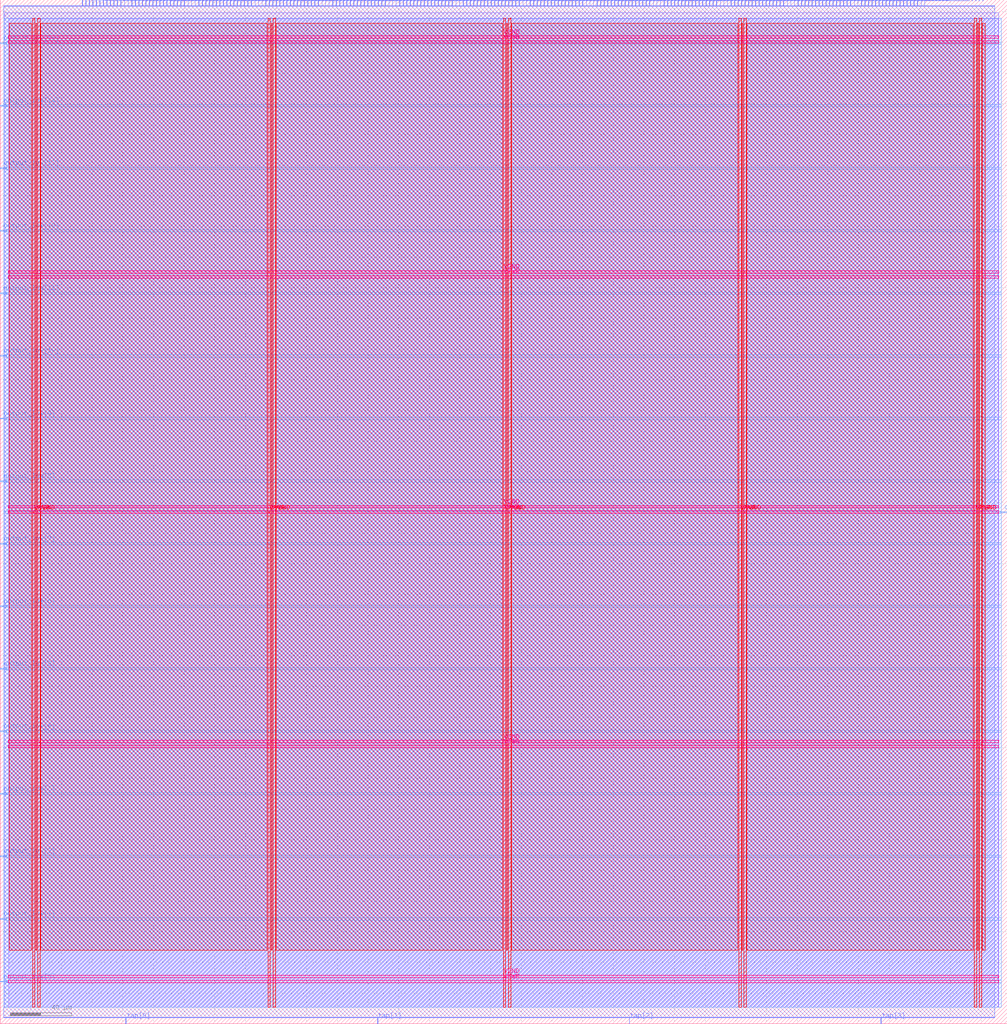
<source format=lef>
VERSION 5.7 ;
  NOWIREEXTENSIONATPIN ON ;
  DIVIDERCHAR "/" ;
  BUSBITCHARS "[]" ;
MACRO lowpass
  CLASS BLOCK ;
  FOREIGN lowpass ;
  ORIGIN 0.000 0.000 ;
  SIZE 657.085 BY 667.805 ;
  PIN VGND
    DIRECTION INOUT ;
    USE GROUND ;
    PORT
      LAYER met4 ;
        RECT 24.340 10.640 25.940 655.760 ;
    END
    PORT
      LAYER met4 ;
        RECT 177.940 10.640 179.540 655.760 ;
    END
    PORT
      LAYER met4 ;
        RECT 331.540 10.640 333.140 655.760 ;
    END
    PORT
      LAYER met4 ;
        RECT 485.140 10.640 486.740 655.760 ;
    END
    PORT
      LAYER met4 ;
        RECT 638.740 10.640 640.340 655.760 ;
    END
    PORT
      LAYER met5 ;
        RECT 5.280 30.030 651.600 31.630 ;
    END
    PORT
      LAYER met5 ;
        RECT 5.280 183.210 651.600 184.810 ;
    END
    PORT
      LAYER met5 ;
        RECT 5.280 336.390 651.600 337.990 ;
    END
    PORT
      LAYER met5 ;
        RECT 5.280 489.570 651.600 491.170 ;
    END
    PORT
      LAYER met5 ;
        RECT 5.280 642.750 651.600 644.350 ;
    END
  END VGND
  PIN VPWR
    DIRECTION INOUT ;
    USE POWER ;
    PORT
      LAYER met4 ;
        RECT 21.040 10.640 22.640 655.760 ;
    END
    PORT
      LAYER met4 ;
        RECT 174.640 10.640 176.240 655.760 ;
    END
    PORT
      LAYER met4 ;
        RECT 328.240 10.640 329.840 655.760 ;
    END
    PORT
      LAYER met4 ;
        RECT 481.840 10.640 483.440 655.760 ;
    END
    PORT
      LAYER met4 ;
        RECT 635.440 10.640 637.040 655.760 ;
    END
    PORT
      LAYER met5 ;
        RECT 5.280 26.730 651.600 28.330 ;
    END
    PORT
      LAYER met5 ;
        RECT 5.280 179.910 651.600 181.510 ;
    END
    PORT
      LAYER met5 ;
        RECT 5.280 333.090 651.600 334.690 ;
    END
    PORT
      LAYER met5 ;
        RECT 5.280 486.270 651.600 487.870 ;
    END
    PORT
      LAYER met5 ;
        RECT 5.280 639.450 651.600 641.050 ;
    END
  END VPWR
  PIN clk
    DIRECTION INPUT ;
    USE SIGNAL ;
    ANTENNAGATEAREA 0.852000 ;
    ANTENNADIFFAREA 0.434700 ;
    PORT
      LAYER met3 ;
        RECT 653.085 333.240 657.085 333.840 ;
    END
  END clk
  PIN input_data[0]
    DIRECTION INPUT ;
    USE SIGNAL ;
    ANTENNAGATEAREA 0.213000 ;
    PORT
      LAYER met2 ;
        RECT 53.450 663.805 53.730 667.805 ;
    END
  END input_data[0]
  PIN input_data[100]
    DIRECTION INPUT ;
    USE SIGNAL ;
    ANTENNAGATEAREA 0.213000 ;
    PORT
      LAYER met2 ;
        RECT 283.450 663.805 283.730 667.805 ;
    END
  END input_data[100]
  PIN input_data[101]
    DIRECTION INPUT ;
    USE SIGNAL ;
    ANTENNAGATEAREA 0.213000 ;
    PORT
      LAYER met2 ;
        RECT 285.750 663.805 286.030 667.805 ;
    END
  END input_data[101]
  PIN input_data[102]
    DIRECTION INPUT ;
    USE SIGNAL ;
    ANTENNAGATEAREA 0.213000 ;
    PORT
      LAYER met2 ;
        RECT 288.050 663.805 288.330 667.805 ;
    END
  END input_data[102]
  PIN input_data[103]
    DIRECTION INPUT ;
    USE SIGNAL ;
    ANTENNAGATEAREA 0.213000 ;
    PORT
      LAYER met2 ;
        RECT 290.350 663.805 290.630 667.805 ;
    END
  END input_data[103]
  PIN input_data[104]
    DIRECTION INPUT ;
    USE SIGNAL ;
    ANTENNAGATEAREA 0.213000 ;
    PORT
      LAYER met2 ;
        RECT 292.650 663.805 292.930 667.805 ;
    END
  END input_data[104]
  PIN input_data[105]
    DIRECTION INPUT ;
    USE SIGNAL ;
    ANTENNAGATEAREA 0.213000 ;
    PORT
      LAYER met2 ;
        RECT 294.950 663.805 295.230 667.805 ;
    END
  END input_data[105]
  PIN input_data[106]
    DIRECTION INPUT ;
    USE SIGNAL ;
    ANTENNAGATEAREA 0.247500 ;
    PORT
      LAYER met2 ;
        RECT 297.250 663.805 297.530 667.805 ;
    END
  END input_data[106]
  PIN input_data[107]
    DIRECTION INPUT ;
    USE SIGNAL ;
    ANTENNAGATEAREA 0.247500 ;
    PORT
      LAYER met2 ;
        RECT 299.550 663.805 299.830 667.805 ;
    END
  END input_data[107]
  PIN input_data[108]
    DIRECTION INPUT ;
    USE SIGNAL ;
    ANTENNAGATEAREA 0.196500 ;
    PORT
      LAYER met2 ;
        RECT 301.850 663.805 302.130 667.805 ;
    END
  END input_data[108]
  PIN input_data[109]
    DIRECTION INPUT ;
    USE SIGNAL ;
    ANTENNAGATEAREA 0.247500 ;
    PORT
      LAYER met2 ;
        RECT 304.150 663.805 304.430 667.805 ;
    END
  END input_data[109]
  PIN input_data[10]
    DIRECTION INPUT ;
    USE SIGNAL ;
    ANTENNAGATEAREA 0.196500 ;
    PORT
      LAYER met2 ;
        RECT 76.450 663.805 76.730 667.805 ;
    END
  END input_data[10]
  PIN input_data[110]
    DIRECTION INPUT ;
    USE SIGNAL ;
    ANTENNAGATEAREA 0.247500 ;
    PORT
      LAYER met2 ;
        RECT 306.450 663.805 306.730 667.805 ;
    END
  END input_data[110]
  PIN input_data[111]
    DIRECTION INPUT ;
    USE SIGNAL ;
    ANTENNAGATEAREA 0.196500 ;
    PORT
      LAYER met2 ;
        RECT 308.750 663.805 309.030 667.805 ;
    END
  END input_data[111]
  PIN input_data[112]
    DIRECTION INPUT ;
    USE SIGNAL ;
    ANTENNAGATEAREA 0.213000 ;
    PORT
      LAYER met2 ;
        RECT 311.050 663.805 311.330 667.805 ;
    END
  END input_data[112]
  PIN input_data[113]
    DIRECTION INPUT ;
    USE SIGNAL ;
    ANTENNAGATEAREA 0.426000 ;
    PORT
      LAYER met2 ;
        RECT 313.350 663.805 313.630 667.805 ;
    END
  END input_data[113]
  PIN input_data[114]
    DIRECTION INPUT ;
    USE SIGNAL ;
    ANTENNAGATEAREA 0.196500 ;
    PORT
      LAYER met2 ;
        RECT 315.650 663.805 315.930 667.805 ;
    END
  END input_data[114]
  PIN input_data[115]
    DIRECTION INPUT ;
    USE SIGNAL ;
    ANTENNAGATEAREA 0.196500 ;
    PORT
      LAYER met2 ;
        RECT 317.950 663.805 318.230 667.805 ;
    END
  END input_data[115]
  PIN input_data[116]
    DIRECTION INPUT ;
    USE SIGNAL ;
    ANTENNAGATEAREA 0.196500 ;
    PORT
      LAYER met2 ;
        RECT 320.250 663.805 320.530 667.805 ;
    END
  END input_data[116]
  PIN input_data[117]
    DIRECTION INPUT ;
    USE SIGNAL ;
    ANTENNAGATEAREA 0.196500 ;
    PORT
      LAYER met2 ;
        RECT 322.550 663.805 322.830 667.805 ;
    END
  END input_data[117]
  PIN input_data[118]
    DIRECTION INPUT ;
    USE SIGNAL ;
    ANTENNAGATEAREA 0.196500 ;
    PORT
      LAYER met2 ;
        RECT 324.850 663.805 325.130 667.805 ;
    END
  END input_data[118]
  PIN input_data[119]
    DIRECTION INPUT ;
    USE SIGNAL ;
    ANTENNAGATEAREA 0.196500 ;
    PORT
      LAYER met2 ;
        RECT 327.150 663.805 327.430 667.805 ;
    END
  END input_data[119]
  PIN input_data[11]
    DIRECTION INPUT ;
    USE SIGNAL ;
    ANTENNAGATEAREA 0.196500 ;
    PORT
      LAYER met2 ;
        RECT 78.750 663.805 79.030 667.805 ;
    END
  END input_data[11]
  PIN input_data[120]
    DIRECTION INPUT ;
    USE SIGNAL ;
    ANTENNAGATEAREA 0.196500 ;
    PORT
      LAYER met2 ;
        RECT 329.450 663.805 329.730 667.805 ;
    END
  END input_data[120]
  PIN input_data[121]
    DIRECTION INPUT ;
    USE SIGNAL ;
    ANTENNAGATEAREA 0.159000 ;
    PORT
      LAYER met2 ;
        RECT 331.750 663.805 332.030 667.805 ;
    END
  END input_data[121]
  PIN input_data[122]
    DIRECTION INPUT ;
    USE SIGNAL ;
    ANTENNAGATEAREA 0.196500 ;
    PORT
      LAYER met2 ;
        RECT 334.050 663.805 334.330 667.805 ;
    END
  END input_data[122]
  PIN input_data[123]
    DIRECTION INPUT ;
    USE SIGNAL ;
    ANTENNAGATEAREA 0.196500 ;
    PORT
      LAYER met2 ;
        RECT 336.350 663.805 336.630 667.805 ;
    END
  END input_data[123]
  PIN input_data[124]
    DIRECTION INPUT ;
    USE SIGNAL ;
    ANTENNAGATEAREA 0.196500 ;
    PORT
      LAYER met2 ;
        RECT 338.650 663.805 338.930 667.805 ;
    END
  END input_data[124]
  PIN input_data[125]
    DIRECTION INPUT ;
    USE SIGNAL ;
    ANTENNAGATEAREA 0.126000 ;
    PORT
      LAYER met2 ;
        RECT 340.950 663.805 341.230 667.805 ;
    END
  END input_data[125]
  PIN input_data[126]
    DIRECTION INPUT ;
    USE SIGNAL ;
    ANTENNAGATEAREA 0.159000 ;
    PORT
      LAYER met2 ;
        RECT 343.250 663.805 343.530 667.805 ;
    END
  END input_data[126]
  PIN input_data[127]
    DIRECTION INPUT ;
    USE SIGNAL ;
    ANTENNAGATEAREA 0.196500 ;
    PORT
      LAYER met2 ;
        RECT 345.550 663.805 345.830 667.805 ;
    END
  END input_data[127]
  PIN input_data[128]
    DIRECTION INPUT ;
    USE SIGNAL ;
    ANTENNAGATEAREA 0.159000 ;
    PORT
      LAYER met2 ;
        RECT 347.850 663.805 348.130 667.805 ;
    END
  END input_data[128]
  PIN input_data[129]
    DIRECTION INPUT ;
    USE SIGNAL ;
    ANTENNAGATEAREA 0.159000 ;
    PORT
      LAYER met2 ;
        RECT 350.150 663.805 350.430 667.805 ;
    END
  END input_data[129]
  PIN input_data[12]
    DIRECTION INPUT ;
    USE SIGNAL ;
    ANTENNAGATEAREA 0.196500 ;
    PORT
      LAYER met2 ;
        RECT 81.050 663.805 81.330 667.805 ;
    END
  END input_data[12]
  PIN input_data[130]
    DIRECTION INPUT ;
    USE SIGNAL ;
    ANTENNAGATEAREA 0.159000 ;
    PORT
      LAYER met2 ;
        RECT 352.450 663.805 352.730 667.805 ;
    END
  END input_data[130]
  PIN input_data[131]
    DIRECTION INPUT ;
    USE SIGNAL ;
    ANTENNAGATEAREA 0.495000 ;
    PORT
      LAYER met2 ;
        RECT 354.750 663.805 355.030 667.805 ;
    END
  END input_data[131]
  PIN input_data[132]
    DIRECTION INPUT ;
    USE SIGNAL ;
    ANTENNAGATEAREA 0.247500 ;
    PORT
      LAYER met2 ;
        RECT 357.050 663.805 357.330 667.805 ;
    END
  END input_data[132]
  PIN input_data[133]
    DIRECTION INPUT ;
    USE SIGNAL ;
    ANTENNAGATEAREA 0.247500 ;
    PORT
      LAYER met2 ;
        RECT 359.350 663.805 359.630 667.805 ;
    END
  END input_data[133]
  PIN input_data[134]
    DIRECTION INPUT ;
    USE SIGNAL ;
    ANTENNAGATEAREA 0.159000 ;
    PORT
      LAYER met2 ;
        RECT 361.650 663.805 361.930 667.805 ;
    END
  END input_data[134]
  PIN input_data[135]
    DIRECTION INPUT ;
    USE SIGNAL ;
    ANTENNAGATEAREA 0.247500 ;
    PORT
      LAYER met2 ;
        RECT 363.950 663.805 364.230 667.805 ;
    END
  END input_data[135]
  PIN input_data[136]
    DIRECTION INPUT ;
    USE SIGNAL ;
    ANTENNAGATEAREA 0.159000 ;
    PORT
      LAYER met2 ;
        RECT 366.250 663.805 366.530 667.805 ;
    END
  END input_data[136]
  PIN input_data[137]
    DIRECTION INPUT ;
    USE SIGNAL ;
    ANTENNAGATEAREA 0.213000 ;
    PORT
      LAYER met2 ;
        RECT 368.550 663.805 368.830 667.805 ;
    END
  END input_data[137]
  PIN input_data[138]
    DIRECTION INPUT ;
    USE SIGNAL ;
    ANTENNAGATEAREA 0.159000 ;
    PORT
      LAYER met2 ;
        RECT 370.850 663.805 371.130 667.805 ;
    END
  END input_data[138]
  PIN input_data[139]
    DIRECTION INPUT ;
    USE SIGNAL ;
    ANTENNAGATEAREA 0.213000 ;
    PORT
      LAYER met2 ;
        RECT 373.150 663.805 373.430 667.805 ;
    END
  END input_data[139]
  PIN input_data[13]
    DIRECTION INPUT ;
    USE SIGNAL ;
    ANTENNAGATEAREA 0.742500 ;
    PORT
      LAYER met2 ;
        RECT 83.350 663.805 83.630 667.805 ;
    END
  END input_data[13]
  PIN input_data[140]
    DIRECTION INPUT ;
    USE SIGNAL ;
    ANTENNAGATEAREA 0.159000 ;
    PORT
      LAYER met2 ;
        RECT 375.450 663.805 375.730 667.805 ;
    END
  END input_data[140]
  PIN input_data[141]
    DIRECTION INPUT ;
    USE SIGNAL ;
    ANTENNAGATEAREA 0.159000 ;
    PORT
      LAYER met2 ;
        RECT 377.750 663.805 378.030 667.805 ;
    END
  END input_data[141]
  PIN input_data[142]
    DIRECTION INPUT ;
    USE SIGNAL ;
    ANTENNAGATEAREA 0.426000 ;
    PORT
      LAYER met2 ;
        RECT 380.050 663.805 380.330 667.805 ;
    END
  END input_data[142]
  PIN input_data[143]
    DIRECTION INPUT ;
    USE SIGNAL ;
    ANTENNAGATEAREA 0.213000 ;
    PORT
      LAYER met2 ;
        RECT 382.350 663.805 382.630 667.805 ;
    END
  END input_data[143]
  PIN input_data[144]
    DIRECTION INPUT ;
    USE SIGNAL ;
    ANTENNAGATEAREA 0.247500 ;
    PORT
      LAYER met2 ;
        RECT 384.650 663.805 384.930 667.805 ;
    END
  END input_data[144]
  PIN input_data[145]
    DIRECTION INPUT ;
    USE SIGNAL ;
    ANTENNAGATEAREA 0.426000 ;
    PORT
      LAYER met2 ;
        RECT 386.950 663.805 387.230 667.805 ;
    END
  END input_data[145]
  PIN input_data[146]
    DIRECTION INPUT ;
    USE SIGNAL ;
    ANTENNAGATEAREA 0.247500 ;
    PORT
      LAYER met2 ;
        RECT 389.250 663.805 389.530 667.805 ;
    END
  END input_data[146]
  PIN input_data[147]
    DIRECTION INPUT ;
    USE SIGNAL ;
    ANTENNAGATEAREA 0.126000 ;
    PORT
      LAYER met2 ;
        RECT 391.550 663.805 391.830 667.805 ;
    END
  END input_data[147]
  PIN input_data[148]
    DIRECTION INPUT ;
    USE SIGNAL ;
    ANTENNAGATEAREA 0.196500 ;
    PORT
      LAYER met2 ;
        RECT 393.850 663.805 394.130 667.805 ;
    END
  END input_data[148]
  PIN input_data[149]
    DIRECTION INPUT ;
    USE SIGNAL ;
    ANTENNAGATEAREA 0.196500 ;
    PORT
      LAYER met2 ;
        RECT 396.150 663.805 396.430 667.805 ;
    END
  END input_data[149]
  PIN input_data[14]
    DIRECTION INPUT ;
    USE SIGNAL ;
    ANTENNAGATEAREA 0.247500 ;
    PORT
      LAYER met2 ;
        RECT 85.650 663.805 85.930 667.805 ;
    END
  END input_data[14]
  PIN input_data[150]
    DIRECTION INPUT ;
    USE SIGNAL ;
    ANTENNAGATEAREA 0.213000 ;
    PORT
      LAYER met2 ;
        RECT 398.450 663.805 398.730 667.805 ;
    END
  END input_data[150]
  PIN input_data[151]
    DIRECTION INPUT ;
    USE SIGNAL ;
    ANTENNAGATEAREA 0.247500 ;
    PORT
      LAYER met2 ;
        RECT 400.750 663.805 401.030 667.805 ;
    END
  END input_data[151]
  PIN input_data[152]
    DIRECTION INPUT ;
    USE SIGNAL ;
    ANTENNAGATEAREA 0.247500 ;
    PORT
      LAYER met2 ;
        RECT 403.050 663.805 403.330 667.805 ;
    END
  END input_data[152]
  PIN input_data[153]
    DIRECTION INPUT ;
    USE SIGNAL ;
    ANTENNAGATEAREA 0.196500 ;
    PORT
      LAYER met2 ;
        RECT 405.350 663.805 405.630 667.805 ;
    END
  END input_data[153]
  PIN input_data[154]
    DIRECTION INPUT ;
    USE SIGNAL ;
    ANTENNAGATEAREA 0.159000 ;
    PORT
      LAYER met2 ;
        RECT 407.650 663.805 407.930 667.805 ;
    END
  END input_data[154]
  PIN input_data[155]
    DIRECTION INPUT ;
    USE SIGNAL ;
    ANTENNAGATEAREA 0.196500 ;
    PORT
      LAYER met2 ;
        RECT 409.950 663.805 410.230 667.805 ;
    END
  END input_data[155]
  PIN input_data[156]
    DIRECTION INPUT ;
    USE SIGNAL ;
    ANTENNAGATEAREA 0.213000 ;
    PORT
      LAYER met2 ;
        RECT 412.250 663.805 412.530 667.805 ;
    END
  END input_data[156]
  PIN input_data[157]
    DIRECTION INPUT ;
    USE SIGNAL ;
    ANTENNAGATEAREA 0.213000 ;
    PORT
      LAYER met2 ;
        RECT 414.550 663.805 414.830 667.805 ;
    END
  END input_data[157]
  PIN input_data[158]
    DIRECTION INPUT ;
    USE SIGNAL ;
    ANTENNAGATEAREA 0.247500 ;
    PORT
      LAYER met2 ;
        RECT 416.850 663.805 417.130 667.805 ;
    END
  END input_data[158]
  PIN input_data[159]
    DIRECTION INPUT ;
    USE SIGNAL ;
    ANTENNAGATEAREA 0.196500 ;
    PORT
      LAYER met2 ;
        RECT 419.150 663.805 419.430 667.805 ;
    END
  END input_data[159]
  PIN input_data[15]
    DIRECTION INPUT ;
    USE SIGNAL ;
    PORT
      LAYER met2 ;
        RECT 87.950 663.805 88.230 667.805 ;
    END
  END input_data[15]
  PIN input_data[160]
    DIRECTION INPUT ;
    USE SIGNAL ;
    ANTENNAGATEAREA 0.213000 ;
    PORT
      LAYER met2 ;
        RECT 421.450 663.805 421.730 667.805 ;
    END
  END input_data[160]
  PIN input_data[161]
    DIRECTION INPUT ;
    USE SIGNAL ;
    ANTENNAGATEAREA 0.213000 ;
    PORT
      LAYER met2 ;
        RECT 423.750 663.805 424.030 667.805 ;
    END
  END input_data[161]
  PIN input_data[162]
    DIRECTION INPUT ;
    USE SIGNAL ;
    ANTENNAGATEAREA 0.196500 ;
    PORT
      LAYER met2 ;
        RECT 426.050 663.805 426.330 667.805 ;
    END
  END input_data[162]
  PIN input_data[163]
    DIRECTION INPUT ;
    USE SIGNAL ;
    ANTENNAGATEAREA 0.196500 ;
    PORT
      LAYER met2 ;
        RECT 428.350 663.805 428.630 667.805 ;
    END
  END input_data[163]
  PIN input_data[164]
    DIRECTION INPUT ;
    USE SIGNAL ;
    ANTENNAGATEAREA 0.196500 ;
    PORT
      LAYER met2 ;
        RECT 430.650 663.805 430.930 667.805 ;
    END
  END input_data[164]
  PIN input_data[165]
    DIRECTION INPUT ;
    USE SIGNAL ;
    ANTENNAGATEAREA 0.196500 ;
    PORT
      LAYER met2 ;
        RECT 432.950 663.805 433.230 667.805 ;
    END
  END input_data[165]
  PIN input_data[166]
    DIRECTION INPUT ;
    USE SIGNAL ;
    ANTENNAGATEAREA 0.213000 ;
    PORT
      LAYER met2 ;
        RECT 435.250 663.805 435.530 667.805 ;
    END
  END input_data[166]
  PIN input_data[167]
    DIRECTION INPUT ;
    USE SIGNAL ;
    ANTENNAGATEAREA 0.213000 ;
    PORT
      LAYER met2 ;
        RECT 437.550 663.805 437.830 667.805 ;
    END
  END input_data[167]
  PIN input_data[168]
    DIRECTION INPUT ;
    USE SIGNAL ;
    ANTENNAGATEAREA 0.196500 ;
    PORT
      LAYER met2 ;
        RECT 439.850 663.805 440.130 667.805 ;
    END
  END input_data[168]
  PIN input_data[169]
    DIRECTION INPUT ;
    USE SIGNAL ;
    ANTENNAGATEAREA 0.196500 ;
    PORT
      LAYER met2 ;
        RECT 442.150 663.805 442.430 667.805 ;
    END
  END input_data[169]
  PIN input_data[16]
    DIRECTION INPUT ;
    USE SIGNAL ;
    ANTENNAGATEAREA 0.247500 ;
    PORT
      LAYER met2 ;
        RECT 90.250 663.805 90.530 667.805 ;
    END
  END input_data[16]
  PIN input_data[170]
    DIRECTION INPUT ;
    USE SIGNAL ;
    ANTENNAGATEAREA 0.196500 ;
    PORT
      LAYER met2 ;
        RECT 444.450 663.805 444.730 667.805 ;
    END
  END input_data[170]
  PIN input_data[171]
    DIRECTION INPUT ;
    USE SIGNAL ;
    ANTENNAGATEAREA 0.213000 ;
    PORT
      LAYER met2 ;
        RECT 446.750 663.805 447.030 667.805 ;
    END
  END input_data[171]
  PIN input_data[172]
    DIRECTION INPUT ;
    USE SIGNAL ;
    ANTENNAGATEAREA 0.196500 ;
    PORT
      LAYER met2 ;
        RECT 449.050 663.805 449.330 667.805 ;
    END
  END input_data[172]
  PIN input_data[173]
    DIRECTION INPUT ;
    USE SIGNAL ;
    ANTENNAGATEAREA 0.213000 ;
    PORT
      LAYER met2 ;
        RECT 451.350 663.805 451.630 667.805 ;
    END
  END input_data[173]
  PIN input_data[174]
    DIRECTION INPUT ;
    USE SIGNAL ;
    ANTENNAGATEAREA 0.159000 ;
    PORT
      LAYER met2 ;
        RECT 453.650 663.805 453.930 667.805 ;
    END
  END input_data[174]
  PIN input_data[175]
    DIRECTION INPUT ;
    USE SIGNAL ;
    PORT
      LAYER met2 ;
        RECT 455.950 663.805 456.230 667.805 ;
    END
  END input_data[175]
  PIN input_data[176]
    DIRECTION INPUT ;
    USE SIGNAL ;
    ANTENNAGATEAREA 0.213000 ;
    PORT
      LAYER met2 ;
        RECT 458.250 663.805 458.530 667.805 ;
    END
  END input_data[176]
  PIN input_data[177]
    DIRECTION INPUT ;
    USE SIGNAL ;
    ANTENNAGATEAREA 0.213000 ;
    PORT
      LAYER met2 ;
        RECT 460.550 663.805 460.830 667.805 ;
    END
  END input_data[177]
  PIN input_data[178]
    DIRECTION INPUT ;
    USE SIGNAL ;
    ANTENNAGATEAREA 0.213000 ;
    PORT
      LAYER met2 ;
        RECT 462.850 663.805 463.130 667.805 ;
    END
  END input_data[178]
  PIN input_data[179]
    DIRECTION INPUT ;
    USE SIGNAL ;
    ANTENNAGATEAREA 0.213000 ;
    PORT
      LAYER met2 ;
        RECT 465.150 663.805 465.430 667.805 ;
    END
  END input_data[179]
  PIN input_data[17]
    DIRECTION INPUT ;
    USE SIGNAL ;
    ANTENNAGATEAREA 0.426000 ;
    PORT
      LAYER met2 ;
        RECT 92.550 663.805 92.830 667.805 ;
    END
  END input_data[17]
  PIN input_data[180]
    DIRECTION INPUT ;
    USE SIGNAL ;
    ANTENNAGATEAREA 0.213000 ;
    PORT
      LAYER met2 ;
        RECT 467.450 663.805 467.730 667.805 ;
    END
  END input_data[180]
  PIN input_data[181]
    DIRECTION INPUT ;
    USE SIGNAL ;
    ANTENNAGATEAREA 0.213000 ;
    PORT
      LAYER met2 ;
        RECT 469.750 663.805 470.030 667.805 ;
    END
  END input_data[181]
  PIN input_data[182]
    DIRECTION INPUT ;
    USE SIGNAL ;
    ANTENNAGATEAREA 0.126000 ;
    PORT
      LAYER met2 ;
        RECT 472.050 663.805 472.330 667.805 ;
    END
  END input_data[182]
  PIN input_data[183]
    DIRECTION INPUT ;
    USE SIGNAL ;
    ANTENNAGATEAREA 0.213000 ;
    PORT
      LAYER met2 ;
        RECT 474.350 663.805 474.630 667.805 ;
    END
  END input_data[183]
  PIN input_data[184]
    DIRECTION INPUT ;
    USE SIGNAL ;
    ANTENNAGATEAREA 0.159000 ;
    PORT
      LAYER met2 ;
        RECT 476.650 663.805 476.930 667.805 ;
    END
  END input_data[184]
  PIN input_data[185]
    DIRECTION INPUT ;
    USE SIGNAL ;
    ANTENNAGATEAREA 0.213000 ;
    PORT
      LAYER met2 ;
        RECT 478.950 663.805 479.230 667.805 ;
    END
  END input_data[185]
  PIN input_data[186]
    DIRECTION INPUT ;
    USE SIGNAL ;
    ANTENNAGATEAREA 0.159000 ;
    PORT
      LAYER met2 ;
        RECT 481.250 663.805 481.530 667.805 ;
    END
  END input_data[186]
  PIN input_data[187]
    DIRECTION INPUT ;
    USE SIGNAL ;
    ANTENNAGATEAREA 0.247500 ;
    PORT
      LAYER met2 ;
        RECT 483.550 663.805 483.830 667.805 ;
    END
  END input_data[187]
  PIN input_data[188]
    DIRECTION INPUT ;
    USE SIGNAL ;
    ANTENNAGATEAREA 0.247500 ;
    PORT
      LAYER met2 ;
        RECT 485.850 663.805 486.130 667.805 ;
    END
  END input_data[188]
  PIN input_data[189]
    DIRECTION INPUT ;
    USE SIGNAL ;
    ANTENNAGATEAREA 0.159000 ;
    PORT
      LAYER met2 ;
        RECT 488.150 663.805 488.430 667.805 ;
    END
  END input_data[189]
  PIN input_data[18]
    DIRECTION INPUT ;
    USE SIGNAL ;
    ANTENNAGATEAREA 0.213000 ;
    PORT
      LAYER met2 ;
        RECT 94.850 663.805 95.130 667.805 ;
    END
  END input_data[18]
  PIN input_data[190]
    DIRECTION INPUT ;
    USE SIGNAL ;
    ANTENNAGATEAREA 0.196500 ;
    PORT
      LAYER met2 ;
        RECT 490.450 663.805 490.730 667.805 ;
    END
  END input_data[190]
  PIN input_data[191]
    DIRECTION INPUT ;
    USE SIGNAL ;
    PORT
      LAYER met2 ;
        RECT 492.750 663.805 493.030 667.805 ;
    END
  END input_data[191]
  PIN input_data[192]
    DIRECTION INPUT ;
    USE SIGNAL ;
    ANTENNAGATEAREA 0.426000 ;
    PORT
      LAYER met2 ;
        RECT 495.050 663.805 495.330 667.805 ;
    END
  END input_data[192]
  PIN input_data[193]
    DIRECTION INPUT ;
    USE SIGNAL ;
    ANTENNAGATEAREA 0.495000 ;
    PORT
      LAYER met2 ;
        RECT 497.350 663.805 497.630 667.805 ;
    END
  END input_data[193]
  PIN input_data[194]
    DIRECTION INPUT ;
    USE SIGNAL ;
    ANTENNAGATEAREA 0.495000 ;
    PORT
      LAYER met2 ;
        RECT 499.650 663.805 499.930 667.805 ;
    END
  END input_data[194]
  PIN input_data[195]
    DIRECTION INPUT ;
    USE SIGNAL ;
    ANTENNAGATEAREA 0.426000 ;
    PORT
      LAYER met2 ;
        RECT 501.950 663.805 502.230 667.805 ;
    END
  END input_data[195]
  PIN input_data[196]
    DIRECTION INPUT ;
    USE SIGNAL ;
    ANTENNAGATEAREA 0.426000 ;
    PORT
      LAYER met2 ;
        RECT 504.250 663.805 504.530 667.805 ;
    END
  END input_data[196]
  PIN input_data[197]
    DIRECTION INPUT ;
    USE SIGNAL ;
    ANTENNAGATEAREA 0.426000 ;
    PORT
      LAYER met2 ;
        RECT 506.550 663.805 506.830 667.805 ;
    END
  END input_data[197]
  PIN input_data[198]
    DIRECTION INPUT ;
    USE SIGNAL ;
    ANTENNAGATEAREA 0.426000 ;
    PORT
      LAYER met2 ;
        RECT 508.850 663.805 509.130 667.805 ;
    END
  END input_data[198]
  PIN input_data[199]
    DIRECTION INPUT ;
    USE SIGNAL ;
    ANTENNAGATEAREA 0.247500 ;
    PORT
      LAYER met2 ;
        RECT 511.150 663.805 511.430 667.805 ;
    END
  END input_data[199]
  PIN input_data[19]
    DIRECTION INPUT ;
    USE SIGNAL ;
    ANTENNAGATEAREA 0.213000 ;
    PORT
      LAYER met2 ;
        RECT 97.150 663.805 97.430 667.805 ;
    END
  END input_data[19]
  PIN input_data[1]
    DIRECTION INPUT ;
    USE SIGNAL ;
    ANTENNAGATEAREA 0.196500 ;
    PORT
      LAYER met2 ;
        RECT 55.750 663.805 56.030 667.805 ;
    END
  END input_data[1]
  PIN input_data[200]
    DIRECTION INPUT ;
    USE SIGNAL ;
    ANTENNAGATEAREA 0.247500 ;
    PORT
      LAYER met2 ;
        RECT 513.450 663.805 513.730 667.805 ;
    END
  END input_data[200]
  PIN input_data[201]
    DIRECTION INPUT ;
    USE SIGNAL ;
    ANTENNAGATEAREA 0.247500 ;
    PORT
      LAYER met2 ;
        RECT 515.750 663.805 516.030 667.805 ;
    END
  END input_data[201]
  PIN input_data[202]
    DIRECTION INPUT ;
    USE SIGNAL ;
    ANTENNAGATEAREA 0.247500 ;
    PORT
      LAYER met2 ;
        RECT 518.050 663.805 518.330 667.805 ;
    END
  END input_data[202]
  PIN input_data[203]
    DIRECTION INPUT ;
    USE SIGNAL ;
    ANTENNAGATEAREA 0.247500 ;
    PORT
      LAYER met2 ;
        RECT 520.350 663.805 520.630 667.805 ;
    END
  END input_data[203]
  PIN input_data[204]
    DIRECTION INPUT ;
    USE SIGNAL ;
    ANTENNAGATEAREA 0.426000 ;
    PORT
      LAYER met2 ;
        RECT 522.650 663.805 522.930 667.805 ;
    END
  END input_data[204]
  PIN input_data[205]
    DIRECTION INPUT ;
    USE SIGNAL ;
    ANTENNAGATEAREA 0.247500 ;
    PORT
      LAYER met2 ;
        RECT 524.950 663.805 525.230 667.805 ;
    END
  END input_data[205]
  PIN input_data[206]
    DIRECTION INPUT ;
    USE SIGNAL ;
    ANTENNAGATEAREA 0.213000 ;
    PORT
      LAYER met2 ;
        RECT 527.250 663.805 527.530 667.805 ;
    END
  END input_data[206]
  PIN input_data[207]
    DIRECTION INPUT ;
    USE SIGNAL ;
    ANTENNAGATEAREA 0.213000 ;
    PORT
      LAYER met2 ;
        RECT 529.550 663.805 529.830 667.805 ;
    END
  END input_data[207]
  PIN input_data[208]
    DIRECTION INPUT ;
    USE SIGNAL ;
    ANTENNAGATEAREA 0.159000 ;
    PORT
      LAYER met2 ;
        RECT 531.850 663.805 532.130 667.805 ;
    END
  END input_data[208]
  PIN input_data[209]
    DIRECTION INPUT ;
    USE SIGNAL ;
    ANTENNAGATEAREA 0.742500 ;
    PORT
      LAYER met2 ;
        RECT 534.150 663.805 534.430 667.805 ;
    END
  END input_data[209]
  PIN input_data[20]
    DIRECTION INPUT ;
    USE SIGNAL ;
    ANTENNAGATEAREA 0.426000 ;
    PORT
      LAYER met2 ;
        RECT 99.450 663.805 99.730 667.805 ;
    END
  END input_data[20]
  PIN input_data[210]
    DIRECTION INPUT ;
    USE SIGNAL ;
    ANTENNAGATEAREA 0.495000 ;
    PORT
      LAYER met2 ;
        RECT 536.450 663.805 536.730 667.805 ;
    END
  END input_data[210]
  PIN input_data[211]
    DIRECTION INPUT ;
    USE SIGNAL ;
    ANTENNAGATEAREA 0.742500 ;
    PORT
      LAYER met2 ;
        RECT 538.750 663.805 539.030 667.805 ;
    END
  END input_data[211]
  PIN input_data[212]
    DIRECTION INPUT ;
    USE SIGNAL ;
    ANTENNAGATEAREA 0.742500 ;
    PORT
      LAYER met2 ;
        RECT 541.050 663.805 541.330 667.805 ;
    END
  END input_data[212]
  PIN input_data[213]
    DIRECTION INPUT ;
    USE SIGNAL ;
    ANTENNAGATEAREA 0.495000 ;
    PORT
      LAYER met2 ;
        RECT 543.350 663.805 543.630 667.805 ;
    END
  END input_data[213]
  PIN input_data[214]
    DIRECTION INPUT ;
    USE SIGNAL ;
    ANTENNAGATEAREA 0.495000 ;
    PORT
      LAYER met2 ;
        RECT 545.650 663.805 545.930 667.805 ;
    END
  END input_data[214]
  PIN input_data[215]
    DIRECTION INPUT ;
    USE SIGNAL ;
    ANTENNAGATEAREA 0.495000 ;
    PORT
      LAYER met2 ;
        RECT 547.950 663.805 548.230 667.805 ;
    END
  END input_data[215]
  PIN input_data[216]
    DIRECTION INPUT ;
    USE SIGNAL ;
    ANTENNAGATEAREA 0.426000 ;
    PORT
      LAYER met2 ;
        RECT 550.250 663.805 550.530 667.805 ;
    END
  END input_data[216]
  PIN input_data[217]
    DIRECTION INPUT ;
    USE SIGNAL ;
    ANTENNAGATEAREA 0.247500 ;
    PORT
      LAYER met2 ;
        RECT 552.550 663.805 552.830 667.805 ;
    END
  END input_data[217]
  PIN input_data[218]
    DIRECTION INPUT ;
    USE SIGNAL ;
    ANTENNAGATEAREA 0.213000 ;
    PORT
      LAYER met2 ;
        RECT 554.850 663.805 555.130 667.805 ;
    END
  END input_data[218]
  PIN input_data[219]
    DIRECTION INPUT ;
    USE SIGNAL ;
    ANTENNAGATEAREA 0.213000 ;
    PORT
      LAYER met2 ;
        RECT 557.150 663.805 557.430 667.805 ;
    END
  END input_data[219]
  PIN input_data[21]
    DIRECTION INPUT ;
    USE SIGNAL ;
    ANTENNAGATEAREA 0.213000 ;
    PORT
      LAYER met2 ;
        RECT 101.750 663.805 102.030 667.805 ;
    END
  END input_data[21]
  PIN input_data[220]
    DIRECTION INPUT ;
    USE SIGNAL ;
    ANTENNAGATEAREA 0.213000 ;
    PORT
      LAYER met2 ;
        RECT 559.450 663.805 559.730 667.805 ;
    END
  END input_data[220]
  PIN input_data[221]
    DIRECTION INPUT ;
    USE SIGNAL ;
    ANTENNAGATEAREA 0.213000 ;
    PORT
      LAYER met2 ;
        RECT 561.750 663.805 562.030 667.805 ;
    END
  END input_data[221]
  PIN input_data[222]
    DIRECTION INPUT ;
    USE SIGNAL ;
    ANTENNAGATEAREA 0.213000 ;
    PORT
      LAYER met2 ;
        RECT 564.050 663.805 564.330 667.805 ;
    END
  END input_data[222]
  PIN input_data[223]
    DIRECTION INPUT ;
    USE SIGNAL ;
    PORT
      LAYER met2 ;
        RECT 566.350 663.805 566.630 667.805 ;
    END
  END input_data[223]
  PIN input_data[224]
    DIRECTION INPUT ;
    USE SIGNAL ;
    ANTENNAGATEAREA 0.196500 ;
    PORT
      LAYER met2 ;
        RECT 568.650 663.805 568.930 667.805 ;
    END
  END input_data[224]
  PIN input_data[225]
    DIRECTION INPUT ;
    USE SIGNAL ;
    ANTENNAGATEAREA 0.196500 ;
    PORT
      LAYER met2 ;
        RECT 570.950 663.805 571.230 667.805 ;
    END
  END input_data[225]
  PIN input_data[226]
    DIRECTION INPUT ;
    USE SIGNAL ;
    ANTENNAGATEAREA 0.426000 ;
    PORT
      LAYER met2 ;
        RECT 573.250 663.805 573.530 667.805 ;
    END
  END input_data[226]
  PIN input_data[227]
    DIRECTION INPUT ;
    USE SIGNAL ;
    ANTENNAGATEAREA 0.426000 ;
    PORT
      LAYER met2 ;
        RECT 575.550 663.805 575.830 667.805 ;
    END
  END input_data[227]
  PIN input_data[228]
    DIRECTION INPUT ;
    USE SIGNAL ;
    ANTENNAGATEAREA 0.247500 ;
    PORT
      LAYER met2 ;
        RECT 577.850 663.805 578.130 667.805 ;
    END
  END input_data[228]
  PIN input_data[229]
    DIRECTION INPUT ;
    USE SIGNAL ;
    ANTENNAGATEAREA 0.247500 ;
    PORT
      LAYER met2 ;
        RECT 580.150 663.805 580.430 667.805 ;
    END
  END input_data[229]
  PIN input_data[22]
    DIRECTION INPUT ;
    USE SIGNAL ;
    ANTENNAGATEAREA 0.213000 ;
    PORT
      LAYER met2 ;
        RECT 104.050 663.805 104.330 667.805 ;
    END
  END input_data[22]
  PIN input_data[230]
    DIRECTION INPUT ;
    USE SIGNAL ;
    ANTENNAGATEAREA 0.247500 ;
    PORT
      LAYER met2 ;
        RECT 582.450 663.805 582.730 667.805 ;
    END
  END input_data[230]
  PIN input_data[231]
    DIRECTION INPUT ;
    USE SIGNAL ;
    ANTENNAGATEAREA 0.247500 ;
    PORT
      LAYER met2 ;
        RECT 584.750 663.805 585.030 667.805 ;
    END
  END input_data[231]
  PIN input_data[232]
    DIRECTION INPUT ;
    USE SIGNAL ;
    ANTENNAGATEAREA 0.213000 ;
    PORT
      LAYER met2 ;
        RECT 587.050 663.805 587.330 667.805 ;
    END
  END input_data[232]
  PIN input_data[233]
    DIRECTION INPUT ;
    USE SIGNAL ;
    ANTENNAGATEAREA 0.159000 ;
    PORT
      LAYER met2 ;
        RECT 589.350 663.805 589.630 667.805 ;
    END
  END input_data[233]
  PIN input_data[234]
    DIRECTION INPUT ;
    USE SIGNAL ;
    ANTENNAGATEAREA 0.213000 ;
    PORT
      LAYER met2 ;
        RECT 591.650 663.805 591.930 667.805 ;
    END
  END input_data[234]
  PIN input_data[235]
    DIRECTION INPUT ;
    USE SIGNAL ;
    ANTENNAGATEAREA 0.196500 ;
    PORT
      LAYER met2 ;
        RECT 593.950 663.805 594.230 667.805 ;
    END
  END input_data[235]
  PIN input_data[236]
    DIRECTION INPUT ;
    USE SIGNAL ;
    ANTENNAGATEAREA 0.196500 ;
    PORT
      LAYER met2 ;
        RECT 596.250 663.805 596.530 667.805 ;
    END
  END input_data[236]
  PIN input_data[237]
    DIRECTION INPUT ;
    USE SIGNAL ;
    ANTENNAGATEAREA 0.196500 ;
    PORT
      LAYER met2 ;
        RECT 598.550 663.805 598.830 667.805 ;
    END
  END input_data[237]
  PIN input_data[238]
    DIRECTION INPUT ;
    USE SIGNAL ;
    PORT
      LAYER met2 ;
        RECT 600.850 663.805 601.130 667.805 ;
    END
  END input_data[238]
  PIN input_data[239]
    DIRECTION INPUT ;
    USE SIGNAL ;
    PORT
      LAYER met2 ;
        RECT 603.150 663.805 603.430 667.805 ;
    END
  END input_data[239]
  PIN input_data[23]
    DIRECTION INPUT ;
    USE SIGNAL ;
    ANTENNAGATEAREA 0.213000 ;
    PORT
      LAYER met2 ;
        RECT 106.350 663.805 106.630 667.805 ;
    END
  END input_data[23]
  PIN input_data[24]
    DIRECTION INPUT ;
    USE SIGNAL ;
    ANTENNAGATEAREA 0.159000 ;
    PORT
      LAYER met2 ;
        RECT 108.650 663.805 108.930 667.805 ;
    END
  END input_data[24]
  PIN input_data[25]
    DIRECTION INPUT ;
    USE SIGNAL ;
    ANTENNAGATEAREA 0.213000 ;
    PORT
      LAYER met2 ;
        RECT 110.950 663.805 111.230 667.805 ;
    END
  END input_data[25]
  PIN input_data[26]
    DIRECTION INPUT ;
    USE SIGNAL ;
    ANTENNAGATEAREA 0.159000 ;
    PORT
      LAYER met2 ;
        RECT 113.250 663.805 113.530 667.805 ;
    END
  END input_data[26]
  PIN input_data[27]
    DIRECTION INPUT ;
    USE SIGNAL ;
    ANTENNAGATEAREA 0.213000 ;
    PORT
      LAYER met2 ;
        RECT 115.550 663.805 115.830 667.805 ;
    END
  END input_data[27]
  PIN input_data[28]
    DIRECTION INPUT ;
    USE SIGNAL ;
    ANTENNAGATEAREA 0.213000 ;
    PORT
      LAYER met2 ;
        RECT 117.850 663.805 118.130 667.805 ;
    END
  END input_data[28]
  PIN input_data[29]
    DIRECTION INPUT ;
    USE SIGNAL ;
    ANTENNAGATEAREA 0.159000 ;
    PORT
      LAYER met2 ;
        RECT 120.150 663.805 120.430 667.805 ;
    END
  END input_data[29]
  PIN input_data[2]
    DIRECTION INPUT ;
    USE SIGNAL ;
    ANTENNAGATEAREA 0.196500 ;
    PORT
      LAYER met2 ;
        RECT 58.050 663.805 58.330 667.805 ;
    END
  END input_data[2]
  PIN input_data[30]
    DIRECTION INPUT ;
    USE SIGNAL ;
    ANTENNAGATEAREA 0.495000 ;
    PORT
      LAYER met2 ;
        RECT 122.450 663.805 122.730 667.805 ;
    END
  END input_data[30]
  PIN input_data[31]
    DIRECTION INPUT ;
    USE SIGNAL ;
    ANTENNAGATEAREA 0.247500 ;
    PORT
      LAYER met2 ;
        RECT 124.750 663.805 125.030 667.805 ;
    END
  END input_data[31]
  PIN input_data[32]
    DIRECTION INPUT ;
    USE SIGNAL ;
    ANTENNAGATEAREA 0.213000 ;
    PORT
      LAYER met2 ;
        RECT 127.050 663.805 127.330 667.805 ;
    END
  END input_data[32]
  PIN input_data[33]
    DIRECTION INPUT ;
    USE SIGNAL ;
    ANTENNAGATEAREA 0.247500 ;
    PORT
      LAYER met2 ;
        RECT 129.350 663.805 129.630 667.805 ;
    END
  END input_data[33]
  PIN input_data[34]
    DIRECTION INPUT ;
    USE SIGNAL ;
    ANTENNAGATEAREA 0.247500 ;
    PORT
      LAYER met2 ;
        RECT 131.650 663.805 131.930 667.805 ;
    END
  END input_data[34]
  PIN input_data[35]
    DIRECTION INPUT ;
    USE SIGNAL ;
    ANTENNAGATEAREA 0.159000 ;
    PORT
      LAYER met2 ;
        RECT 133.950 663.805 134.230 667.805 ;
    END
  END input_data[35]
  PIN input_data[36]
    DIRECTION INPUT ;
    USE SIGNAL ;
    ANTENNAGATEAREA 0.159000 ;
    PORT
      LAYER met2 ;
        RECT 136.250 663.805 136.530 667.805 ;
    END
  END input_data[36]
  PIN input_data[37]
    DIRECTION INPUT ;
    USE SIGNAL ;
    ANTENNAGATEAREA 0.247500 ;
    PORT
      LAYER met2 ;
        RECT 138.550 663.805 138.830 667.805 ;
    END
  END input_data[37]
  PIN input_data[38]
    DIRECTION INPUT ;
    USE SIGNAL ;
    ANTENNAGATEAREA 0.213000 ;
    PORT
      LAYER met2 ;
        RECT 140.850 663.805 141.130 667.805 ;
    END
  END input_data[38]
  PIN input_data[39]
    DIRECTION INPUT ;
    USE SIGNAL ;
    ANTENNAGATEAREA 0.213000 ;
    PORT
      LAYER met2 ;
        RECT 143.150 663.805 143.430 667.805 ;
    END
  END input_data[39]
  PIN input_data[3]
    DIRECTION INPUT ;
    USE SIGNAL ;
    ANTENNAGATEAREA 0.495000 ;
    PORT
      LAYER met2 ;
        RECT 60.350 663.805 60.630 667.805 ;
    END
  END input_data[3]
  PIN input_data[40]
    DIRECTION INPUT ;
    USE SIGNAL ;
    ANTENNAGATEAREA 0.213000 ;
    PORT
      LAYER met2 ;
        RECT 145.450 663.805 145.730 667.805 ;
    END
  END input_data[40]
  PIN input_data[41]
    DIRECTION INPUT ;
    USE SIGNAL ;
    ANTENNAGATEAREA 0.247500 ;
    PORT
      LAYER met2 ;
        RECT 147.750 663.805 148.030 667.805 ;
    END
  END input_data[41]
  PIN input_data[42]
    DIRECTION INPUT ;
    USE SIGNAL ;
    ANTENNAGATEAREA 0.196500 ;
    PORT
      LAYER met2 ;
        RECT 150.050 663.805 150.330 667.805 ;
    END
  END input_data[42]
  PIN input_data[43]
    DIRECTION INPUT ;
    USE SIGNAL ;
    ANTENNAGATEAREA 0.247500 ;
    PORT
      LAYER met2 ;
        RECT 152.350 663.805 152.630 667.805 ;
    END
  END input_data[43]
  PIN input_data[44]
    DIRECTION INPUT ;
    USE SIGNAL ;
    ANTENNAGATEAREA 0.213000 ;
    PORT
      LAYER met2 ;
        RECT 154.650 663.805 154.930 667.805 ;
    END
  END input_data[44]
  PIN input_data[45]
    DIRECTION INPUT ;
    USE SIGNAL ;
    ANTENNAGATEAREA 0.213000 ;
    PORT
      LAYER met2 ;
        RECT 156.950 663.805 157.230 667.805 ;
    END
  END input_data[45]
  PIN input_data[46]
    DIRECTION INPUT ;
    USE SIGNAL ;
    ANTENNAGATEAREA 0.247500 ;
    PORT
      LAYER met2 ;
        RECT 159.250 663.805 159.530 667.805 ;
    END
  END input_data[46]
  PIN input_data[47]
    DIRECTION INPUT ;
    USE SIGNAL ;
    ANTENNAGATEAREA 0.495000 ;
    PORT
      LAYER met2 ;
        RECT 161.550 663.805 161.830 667.805 ;
    END
  END input_data[47]
  PIN input_data[48]
    DIRECTION INPUT ;
    USE SIGNAL ;
    ANTENNAGATEAREA 0.213000 ;
    PORT
      LAYER met2 ;
        RECT 163.850 663.805 164.130 667.805 ;
    END
  END input_data[48]
  PIN input_data[49]
    DIRECTION INPUT ;
    USE SIGNAL ;
    ANTENNAGATEAREA 0.213000 ;
    PORT
      LAYER met2 ;
        RECT 166.150 663.805 166.430 667.805 ;
    END
  END input_data[49]
  PIN input_data[4]
    DIRECTION INPUT ;
    USE SIGNAL ;
    ANTENNAGATEAREA 0.196500 ;
    PORT
      LAYER met2 ;
        RECT 62.650 663.805 62.930 667.805 ;
    END
  END input_data[4]
  PIN input_data[50]
    DIRECTION INPUT ;
    USE SIGNAL ;
    ANTENNAGATEAREA 0.213000 ;
    PORT
      LAYER met2 ;
        RECT 168.450 663.805 168.730 667.805 ;
    END
  END input_data[50]
  PIN input_data[51]
    DIRECTION INPUT ;
    USE SIGNAL ;
    ANTENNAGATEAREA 0.159000 ;
    PORT
      LAYER met2 ;
        RECT 170.750 663.805 171.030 667.805 ;
    END
  END input_data[51]
  PIN input_data[52]
    DIRECTION INPUT ;
    USE SIGNAL ;
    ANTENNAGATEAREA 0.213000 ;
    PORT
      LAYER met2 ;
        RECT 173.050 663.805 173.330 667.805 ;
    END
  END input_data[52]
  PIN input_data[53]
    DIRECTION INPUT ;
    USE SIGNAL ;
    ANTENNAGATEAREA 0.213000 ;
    PORT
      LAYER met2 ;
        RECT 175.350 663.805 175.630 667.805 ;
    END
  END input_data[53]
  PIN input_data[54]
    DIRECTION INPUT ;
    USE SIGNAL ;
    ANTENNAGATEAREA 0.213000 ;
    PORT
      LAYER met2 ;
        RECT 177.650 663.805 177.930 667.805 ;
    END
  END input_data[54]
  PIN input_data[55]
    DIRECTION INPUT ;
    USE SIGNAL ;
    ANTENNAGATEAREA 0.213000 ;
    PORT
      LAYER met2 ;
        RECT 179.950 663.805 180.230 667.805 ;
    END
  END input_data[55]
  PIN input_data[56]
    DIRECTION INPUT ;
    USE SIGNAL ;
    ANTENNAGATEAREA 0.126000 ;
    PORT
      LAYER met2 ;
        RECT 182.250 663.805 182.530 667.805 ;
    END
  END input_data[56]
  PIN input_data[57]
    DIRECTION INPUT ;
    USE SIGNAL ;
    ANTENNAGATEAREA 0.213000 ;
    PORT
      LAYER met2 ;
        RECT 184.550 663.805 184.830 667.805 ;
    END
  END input_data[57]
  PIN input_data[58]
    DIRECTION INPUT ;
    USE SIGNAL ;
    ANTENNAGATEAREA 0.159000 ;
    PORT
      LAYER met2 ;
        RECT 186.850 663.805 187.130 667.805 ;
    END
  END input_data[58]
  PIN input_data[59]
    DIRECTION INPUT ;
    USE SIGNAL ;
    ANTENNAGATEAREA 0.196500 ;
    PORT
      LAYER met2 ;
        RECT 189.150 663.805 189.430 667.805 ;
    END
  END input_data[59]
  PIN input_data[5]
    DIRECTION INPUT ;
    USE SIGNAL ;
    ANTENNAGATEAREA 0.196500 ;
    PORT
      LAYER met2 ;
        RECT 64.950 663.805 65.230 667.805 ;
    END
  END input_data[5]
  PIN input_data[60]
    DIRECTION INPUT ;
    USE SIGNAL ;
    ANTENNAGATEAREA 0.196500 ;
    PORT
      LAYER met2 ;
        RECT 191.450 663.805 191.730 667.805 ;
    END
  END input_data[60]
  PIN input_data[61]
    DIRECTION INPUT ;
    USE SIGNAL ;
    ANTENNAGATEAREA 0.196500 ;
    PORT
      LAYER met2 ;
        RECT 193.750 663.805 194.030 667.805 ;
    END
  END input_data[61]
  PIN input_data[62]
    DIRECTION INPUT ;
    USE SIGNAL ;
    ANTENNAGATEAREA 0.196500 ;
    PORT
      LAYER met2 ;
        RECT 196.050 663.805 196.330 667.805 ;
    END
  END input_data[62]
  PIN input_data[63]
    DIRECTION INPUT ;
    USE SIGNAL ;
    ANTENNAGATEAREA 0.159000 ;
    PORT
      LAYER met2 ;
        RECT 198.350 663.805 198.630 667.805 ;
    END
  END input_data[63]
  PIN input_data[64]
    DIRECTION INPUT ;
    USE SIGNAL ;
    ANTENNAGATEAREA 0.247500 ;
    PORT
      LAYER met2 ;
        RECT 200.650 663.805 200.930 667.805 ;
    END
  END input_data[64]
  PIN input_data[65]
    DIRECTION INPUT ;
    USE SIGNAL ;
    ANTENNAGATEAREA 0.247500 ;
    PORT
      LAYER met2 ;
        RECT 202.950 663.805 203.230 667.805 ;
    END
  END input_data[65]
  PIN input_data[66]
    DIRECTION INPUT ;
    USE SIGNAL ;
    ANTENNAGATEAREA 0.196500 ;
    PORT
      LAYER met2 ;
        RECT 205.250 663.805 205.530 667.805 ;
    END
  END input_data[66]
  PIN input_data[67]
    DIRECTION INPUT ;
    USE SIGNAL ;
    ANTENNAGATEAREA 0.196500 ;
    PORT
      LAYER met2 ;
        RECT 207.550 663.805 207.830 667.805 ;
    END
  END input_data[67]
  PIN input_data[68]
    DIRECTION INPUT ;
    USE SIGNAL ;
    ANTENNAGATEAREA 0.196500 ;
    PORT
      LAYER met2 ;
        RECT 209.850 663.805 210.130 667.805 ;
    END
  END input_data[68]
  PIN input_data[69]
    DIRECTION INPUT ;
    USE SIGNAL ;
    ANTENNAGATEAREA 0.213000 ;
    PORT
      LAYER met2 ;
        RECT 212.150 663.805 212.430 667.805 ;
    END
  END input_data[69]
  PIN input_data[6]
    DIRECTION INPUT ;
    USE SIGNAL ;
    ANTENNAGATEAREA 0.196500 ;
    PORT
      LAYER met2 ;
        RECT 67.250 663.805 67.530 667.805 ;
    END
  END input_data[6]
  PIN input_data[70]
    DIRECTION INPUT ;
    USE SIGNAL ;
    ANTENNAGATEAREA 0.213000 ;
    PORT
      LAYER met2 ;
        RECT 214.450 663.805 214.730 667.805 ;
    END
  END input_data[70]
  PIN input_data[71]
    DIRECTION INPUT ;
    USE SIGNAL ;
    ANTENNAGATEAREA 0.213000 ;
    PORT
      LAYER met2 ;
        RECT 216.750 663.805 217.030 667.805 ;
    END
  END input_data[71]
  PIN input_data[72]
    DIRECTION INPUT ;
    USE SIGNAL ;
    ANTENNAGATEAREA 0.196500 ;
    PORT
      LAYER met2 ;
        RECT 219.050 663.805 219.330 667.805 ;
    END
  END input_data[72]
  PIN input_data[73]
    DIRECTION INPUT ;
    USE SIGNAL ;
    ANTENNAGATEAREA 0.196500 ;
    PORT
      LAYER met2 ;
        RECT 221.350 663.805 221.630 667.805 ;
    END
  END input_data[73]
  PIN input_data[74]
    DIRECTION INPUT ;
    USE SIGNAL ;
    ANTENNAGATEAREA 0.196500 ;
    PORT
      LAYER met2 ;
        RECT 223.650 663.805 223.930 667.805 ;
    END
  END input_data[74]
  PIN input_data[75]
    DIRECTION INPUT ;
    USE SIGNAL ;
    ANTENNAGATEAREA 0.196500 ;
    PORT
      LAYER met2 ;
        RECT 225.950 663.805 226.230 667.805 ;
    END
  END input_data[75]
  PIN input_data[76]
    DIRECTION INPUT ;
    USE SIGNAL ;
    ANTENNAGATEAREA 0.196500 ;
    PORT
      LAYER met2 ;
        RECT 228.250 663.805 228.530 667.805 ;
    END
  END input_data[76]
  PIN input_data[77]
    DIRECTION INPUT ;
    USE SIGNAL ;
    ANTENNAGATEAREA 0.196500 ;
    PORT
      LAYER met2 ;
        RECT 230.550 663.805 230.830 667.805 ;
    END
  END input_data[77]
  PIN input_data[78]
    DIRECTION INPUT ;
    USE SIGNAL ;
    ANTENNAGATEAREA 0.247500 ;
    PORT
      LAYER met2 ;
        RECT 232.850 663.805 233.130 667.805 ;
    END
  END input_data[78]
  PIN input_data[79]
    DIRECTION INPUT ;
    USE SIGNAL ;
    ANTENNAGATEAREA 0.213000 ;
    PORT
      LAYER met2 ;
        RECT 235.150 663.805 235.430 667.805 ;
    END
  END input_data[79]
  PIN input_data[7]
    DIRECTION INPUT ;
    USE SIGNAL ;
    ANTENNAGATEAREA 0.196500 ;
    PORT
      LAYER met2 ;
        RECT 69.550 663.805 69.830 667.805 ;
    END
  END input_data[7]
  PIN input_data[80]
    DIRECTION INPUT ;
    USE SIGNAL ;
    ANTENNAGATEAREA 0.495000 ;
    PORT
      LAYER met2 ;
        RECT 237.450 663.805 237.730 667.805 ;
    END
  END input_data[80]
  PIN input_data[81]
    DIRECTION INPUT ;
    USE SIGNAL ;
    ANTENNAGATEAREA 0.213000 ;
    PORT
      LAYER met2 ;
        RECT 239.750 663.805 240.030 667.805 ;
    END
  END input_data[81]
  PIN input_data[82]
    DIRECTION INPUT ;
    USE SIGNAL ;
    ANTENNAGATEAREA 0.196500 ;
    PORT
      LAYER met2 ;
        RECT 242.050 663.805 242.330 667.805 ;
    END
  END input_data[82]
  PIN input_data[83]
    DIRECTION INPUT ;
    USE SIGNAL ;
    ANTENNAGATEAREA 0.196500 ;
    PORT
      LAYER met2 ;
        RECT 244.350 663.805 244.630 667.805 ;
    END
  END input_data[83]
  PIN input_data[84]
    DIRECTION INPUT ;
    USE SIGNAL ;
    ANTENNAGATEAREA 0.159000 ;
    PORT
      LAYER met2 ;
        RECT 246.650 663.805 246.930 667.805 ;
    END
  END input_data[84]
  PIN input_data[85]
    DIRECTION INPUT ;
    USE SIGNAL ;
    ANTENNAGATEAREA 0.196500 ;
    PORT
      LAYER met2 ;
        RECT 248.950 663.805 249.230 667.805 ;
    END
  END input_data[85]
  PIN input_data[86]
    DIRECTION INPUT ;
    USE SIGNAL ;
    ANTENNAGATEAREA 0.196500 ;
    PORT
      LAYER met2 ;
        RECT 251.250 663.805 251.530 667.805 ;
    END
  END input_data[86]
  PIN input_data[87]
    DIRECTION INPUT ;
    USE SIGNAL ;
    ANTENNAGATEAREA 0.196500 ;
    PORT
      LAYER met2 ;
        RECT 253.550 663.805 253.830 667.805 ;
    END
  END input_data[87]
  PIN input_data[88]
    DIRECTION INPUT ;
    USE SIGNAL ;
    ANTENNAGATEAREA 0.196500 ;
    PORT
      LAYER met2 ;
        RECT 255.850 663.805 256.130 667.805 ;
    END
  END input_data[88]
  PIN input_data[89]
    DIRECTION INPUT ;
    USE SIGNAL ;
    ANTENNAGATEAREA 0.196500 ;
    PORT
      LAYER met2 ;
        RECT 258.150 663.805 258.430 667.805 ;
    END
  END input_data[89]
  PIN input_data[8]
    DIRECTION INPUT ;
    USE SIGNAL ;
    ANTENNAGATEAREA 0.196500 ;
    PORT
      LAYER met2 ;
        RECT 71.850 663.805 72.130 667.805 ;
    END
  END input_data[8]
  PIN input_data[90]
    DIRECTION INPUT ;
    USE SIGNAL ;
    ANTENNAGATEAREA 0.196500 ;
    PORT
      LAYER met2 ;
        RECT 260.450 663.805 260.730 667.805 ;
    END
  END input_data[90]
  PIN input_data[91]
    DIRECTION INPUT ;
    USE SIGNAL ;
    ANTENNAGATEAREA 0.159000 ;
    PORT
      LAYER met2 ;
        RECT 262.750 663.805 263.030 667.805 ;
    END
  END input_data[91]
  PIN input_data[92]
    DIRECTION INPUT ;
    USE SIGNAL ;
    ANTENNAGATEAREA 0.213000 ;
    PORT
      LAYER met2 ;
        RECT 265.050 663.805 265.330 667.805 ;
    END
  END input_data[92]
  PIN input_data[93]
    DIRECTION INPUT ;
    USE SIGNAL ;
    ANTENNAGATEAREA 0.196500 ;
    PORT
      LAYER met2 ;
        RECT 267.350 663.805 267.630 667.805 ;
    END
  END input_data[93]
  PIN input_data[94]
    DIRECTION INPUT ;
    USE SIGNAL ;
    ANTENNAGATEAREA 0.247500 ;
    PORT
      LAYER met2 ;
        RECT 269.650 663.805 269.930 667.805 ;
    END
  END input_data[94]
  PIN input_data[95]
    DIRECTION INPUT ;
    USE SIGNAL ;
    ANTENNAGATEAREA 0.126000 ;
    PORT
      LAYER met2 ;
        RECT 271.950 663.805 272.230 667.805 ;
    END
  END input_data[95]
  PIN input_data[96]
    DIRECTION INPUT ;
    USE SIGNAL ;
    ANTENNAGATEAREA 0.247500 ;
    PORT
      LAYER met2 ;
        RECT 274.250 663.805 274.530 667.805 ;
    END
  END input_data[96]
  PIN input_data[97]
    DIRECTION INPUT ;
    USE SIGNAL ;
    ANTENNAGATEAREA 0.213000 ;
    PORT
      LAYER met2 ;
        RECT 276.550 663.805 276.830 667.805 ;
    END
  END input_data[97]
  PIN input_data[98]
    DIRECTION INPUT ;
    USE SIGNAL ;
    ANTENNAGATEAREA 0.213000 ;
    PORT
      LAYER met2 ;
        RECT 278.850 663.805 279.130 667.805 ;
    END
  END input_data[98]
  PIN input_data[99]
    DIRECTION INPUT ;
    USE SIGNAL ;
    ANTENNAGATEAREA 0.247500 ;
    PORT
      LAYER met2 ;
        RECT 281.150 663.805 281.430 667.805 ;
    END
  END input_data[99]
  PIN input_data[9]
    DIRECTION INPUT ;
    USE SIGNAL ;
    ANTENNAGATEAREA 0.196500 ;
    PORT
      LAYER met2 ;
        RECT 74.150 663.805 74.430 667.805 ;
    END
  END input_data[9]
  PIN output_low[0]
    DIRECTION OUTPUT ;
    USE SIGNAL ;
    ANTENNADIFFAREA 0.445500 ;
    PORT
      LAYER met3 ;
        RECT 0.000 27.240 4.000 27.840 ;
    END
  END output_low[0]
  PIN output_low[10]
    DIRECTION OUTPUT ;
    USE SIGNAL ;
    ANTENNADIFFAREA 0.445500 ;
    PORT
      LAYER met3 ;
        RECT 0.000 435.240 4.000 435.840 ;
    END
  END output_low[10]
  PIN output_low[11]
    DIRECTION OUTPUT ;
    USE SIGNAL ;
    ANTENNADIFFAREA 0.445500 ;
    PORT
      LAYER met3 ;
        RECT 0.000 476.040 4.000 476.640 ;
    END
  END output_low[11]
  PIN output_low[12]
    DIRECTION OUTPUT ;
    USE SIGNAL ;
    ANTENNADIFFAREA 0.445500 ;
    PORT
      LAYER met3 ;
        RECT 0.000 516.840 4.000 517.440 ;
    END
  END output_low[12]
  PIN output_low[13]
    DIRECTION OUTPUT ;
    USE SIGNAL ;
    ANTENNADIFFAREA 0.445500 ;
    PORT
      LAYER met3 ;
        RECT 0.000 557.640 4.000 558.240 ;
    END
  END output_low[13]
  PIN output_low[14]
    DIRECTION OUTPUT ;
    USE SIGNAL ;
    ANTENNADIFFAREA 0.445500 ;
    PORT
      LAYER met3 ;
        RECT 0.000 598.440 4.000 599.040 ;
    END
  END output_low[14]
  PIN output_low[15]
    DIRECTION OUTPUT ;
    USE SIGNAL ;
    ANTENNADIFFAREA 0.445500 ;
    PORT
      LAYER met3 ;
        RECT 0.000 639.240 4.000 639.840 ;
    END
  END output_low[15]
  PIN output_low[1]
    DIRECTION OUTPUT ;
    USE SIGNAL ;
    ANTENNADIFFAREA 0.445500 ;
    PORT
      LAYER met3 ;
        RECT 0.000 68.040 4.000 68.640 ;
    END
  END output_low[1]
  PIN output_low[2]
    DIRECTION OUTPUT ;
    USE SIGNAL ;
    ANTENNADIFFAREA 0.445500 ;
    PORT
      LAYER met3 ;
        RECT 0.000 108.840 4.000 109.440 ;
    END
  END output_low[2]
  PIN output_low[3]
    DIRECTION OUTPUT ;
    USE SIGNAL ;
    ANTENNADIFFAREA 0.445500 ;
    PORT
      LAYER met3 ;
        RECT 0.000 149.640 4.000 150.240 ;
    END
  END output_low[3]
  PIN output_low[4]
    DIRECTION OUTPUT ;
    USE SIGNAL ;
    ANTENNADIFFAREA 0.445500 ;
    PORT
      LAYER met3 ;
        RECT 0.000 190.440 4.000 191.040 ;
    END
  END output_low[4]
  PIN output_low[5]
    DIRECTION OUTPUT ;
    USE SIGNAL ;
    ANTENNADIFFAREA 0.445500 ;
    PORT
      LAYER met3 ;
        RECT 0.000 231.240 4.000 231.840 ;
    END
  END output_low[5]
  PIN output_low[6]
    DIRECTION OUTPUT ;
    USE SIGNAL ;
    ANTENNADIFFAREA 0.445500 ;
    PORT
      LAYER met3 ;
        RECT 0.000 272.040 4.000 272.640 ;
    END
  END output_low[6]
  PIN output_low[7]
    DIRECTION OUTPUT ;
    USE SIGNAL ;
    ANTENNADIFFAREA 0.445500 ;
    PORT
      LAYER met3 ;
        RECT 0.000 312.840 4.000 313.440 ;
    END
  END output_low[7]
  PIN output_low[8]
    DIRECTION OUTPUT ;
    USE SIGNAL ;
    ANTENNADIFFAREA 0.445500 ;
    PORT
      LAYER met3 ;
        RECT 0.000 353.640 4.000 354.240 ;
    END
  END output_low[8]
  PIN output_low[9]
    DIRECTION OUTPUT ;
    USE SIGNAL ;
    ANTENNADIFFAREA 0.445500 ;
    PORT
      LAYER met3 ;
        RECT 0.000 394.440 4.000 395.040 ;
    END
  END output_low[9]
  PIN tap[0]
    DIRECTION INPUT ;
    USE SIGNAL ;
    ANTENNAGATEAREA 0.213000 ;
    PORT
      LAYER met2 ;
        RECT 81.970 0.000 82.250 4.000 ;
    END
  END tap[0]
  PIN tap[1]
    DIRECTION INPUT ;
    USE SIGNAL ;
    ANTENNAGATEAREA 0.213000 ;
    PORT
      LAYER met2 ;
        RECT 246.190 0.000 246.470 4.000 ;
    END
  END tap[1]
  PIN tap[2]
    DIRECTION INPUT ;
    USE SIGNAL ;
    ANTENNAGATEAREA 0.213000 ;
    PORT
      LAYER met2 ;
        RECT 410.410 0.000 410.690 4.000 ;
    END
  END tap[2]
  PIN tap[3]
    DIRECTION INPUT ;
    USE SIGNAL ;
    ANTENNAGATEAREA 0.213000 ;
    PORT
      LAYER met2 ;
        RECT 574.630 0.000 574.910 4.000 ;
    END
  END tap[3]
  OBS
      LAYER li1 ;
        RECT 5.520 10.795 651.360 655.605 ;
      LAYER met1 ;
        RECT 2.830 10.640 651.660 659.220 ;
      LAYER met2 ;
        RECT 2.390 663.525 53.170 664.090 ;
        RECT 54.010 663.525 55.470 664.090 ;
        RECT 56.310 663.525 57.770 664.090 ;
        RECT 58.610 663.525 60.070 664.090 ;
        RECT 60.910 663.525 62.370 664.090 ;
        RECT 63.210 663.525 64.670 664.090 ;
        RECT 65.510 663.525 66.970 664.090 ;
        RECT 67.810 663.525 69.270 664.090 ;
        RECT 70.110 663.525 71.570 664.090 ;
        RECT 72.410 663.525 73.870 664.090 ;
        RECT 74.710 663.525 76.170 664.090 ;
        RECT 77.010 663.525 78.470 664.090 ;
        RECT 79.310 663.525 80.770 664.090 ;
        RECT 81.610 663.525 83.070 664.090 ;
        RECT 83.910 663.525 85.370 664.090 ;
        RECT 86.210 663.525 87.670 664.090 ;
        RECT 88.510 663.525 89.970 664.090 ;
        RECT 90.810 663.525 92.270 664.090 ;
        RECT 93.110 663.525 94.570 664.090 ;
        RECT 95.410 663.525 96.870 664.090 ;
        RECT 97.710 663.525 99.170 664.090 ;
        RECT 100.010 663.525 101.470 664.090 ;
        RECT 102.310 663.525 103.770 664.090 ;
        RECT 104.610 663.525 106.070 664.090 ;
        RECT 106.910 663.525 108.370 664.090 ;
        RECT 109.210 663.525 110.670 664.090 ;
        RECT 111.510 663.525 112.970 664.090 ;
        RECT 113.810 663.525 115.270 664.090 ;
        RECT 116.110 663.525 117.570 664.090 ;
        RECT 118.410 663.525 119.870 664.090 ;
        RECT 120.710 663.525 122.170 664.090 ;
        RECT 123.010 663.525 124.470 664.090 ;
        RECT 125.310 663.525 126.770 664.090 ;
        RECT 127.610 663.525 129.070 664.090 ;
        RECT 129.910 663.525 131.370 664.090 ;
        RECT 132.210 663.525 133.670 664.090 ;
        RECT 134.510 663.525 135.970 664.090 ;
        RECT 136.810 663.525 138.270 664.090 ;
        RECT 139.110 663.525 140.570 664.090 ;
        RECT 141.410 663.525 142.870 664.090 ;
        RECT 143.710 663.525 145.170 664.090 ;
        RECT 146.010 663.525 147.470 664.090 ;
        RECT 148.310 663.525 149.770 664.090 ;
        RECT 150.610 663.525 152.070 664.090 ;
        RECT 152.910 663.525 154.370 664.090 ;
        RECT 155.210 663.525 156.670 664.090 ;
        RECT 157.510 663.525 158.970 664.090 ;
        RECT 159.810 663.525 161.270 664.090 ;
        RECT 162.110 663.525 163.570 664.090 ;
        RECT 164.410 663.525 165.870 664.090 ;
        RECT 166.710 663.525 168.170 664.090 ;
        RECT 169.010 663.525 170.470 664.090 ;
        RECT 171.310 663.525 172.770 664.090 ;
        RECT 173.610 663.525 175.070 664.090 ;
        RECT 175.910 663.525 177.370 664.090 ;
        RECT 178.210 663.525 179.670 664.090 ;
        RECT 180.510 663.525 181.970 664.090 ;
        RECT 182.810 663.525 184.270 664.090 ;
        RECT 185.110 663.525 186.570 664.090 ;
        RECT 187.410 663.525 188.870 664.090 ;
        RECT 189.710 663.525 191.170 664.090 ;
        RECT 192.010 663.525 193.470 664.090 ;
        RECT 194.310 663.525 195.770 664.090 ;
        RECT 196.610 663.525 198.070 664.090 ;
        RECT 198.910 663.525 200.370 664.090 ;
        RECT 201.210 663.525 202.670 664.090 ;
        RECT 203.510 663.525 204.970 664.090 ;
        RECT 205.810 663.525 207.270 664.090 ;
        RECT 208.110 663.525 209.570 664.090 ;
        RECT 210.410 663.525 211.870 664.090 ;
        RECT 212.710 663.525 214.170 664.090 ;
        RECT 215.010 663.525 216.470 664.090 ;
        RECT 217.310 663.525 218.770 664.090 ;
        RECT 219.610 663.525 221.070 664.090 ;
        RECT 221.910 663.525 223.370 664.090 ;
        RECT 224.210 663.525 225.670 664.090 ;
        RECT 226.510 663.525 227.970 664.090 ;
        RECT 228.810 663.525 230.270 664.090 ;
        RECT 231.110 663.525 232.570 664.090 ;
        RECT 233.410 663.525 234.870 664.090 ;
        RECT 235.710 663.525 237.170 664.090 ;
        RECT 238.010 663.525 239.470 664.090 ;
        RECT 240.310 663.525 241.770 664.090 ;
        RECT 242.610 663.525 244.070 664.090 ;
        RECT 244.910 663.525 246.370 664.090 ;
        RECT 247.210 663.525 248.670 664.090 ;
        RECT 249.510 663.525 250.970 664.090 ;
        RECT 251.810 663.525 253.270 664.090 ;
        RECT 254.110 663.525 255.570 664.090 ;
        RECT 256.410 663.525 257.870 664.090 ;
        RECT 258.710 663.525 260.170 664.090 ;
        RECT 261.010 663.525 262.470 664.090 ;
        RECT 263.310 663.525 264.770 664.090 ;
        RECT 265.610 663.525 267.070 664.090 ;
        RECT 267.910 663.525 269.370 664.090 ;
        RECT 270.210 663.525 271.670 664.090 ;
        RECT 272.510 663.525 273.970 664.090 ;
        RECT 274.810 663.525 276.270 664.090 ;
        RECT 277.110 663.525 278.570 664.090 ;
        RECT 279.410 663.525 280.870 664.090 ;
        RECT 281.710 663.525 283.170 664.090 ;
        RECT 284.010 663.525 285.470 664.090 ;
        RECT 286.310 663.525 287.770 664.090 ;
        RECT 288.610 663.525 290.070 664.090 ;
        RECT 290.910 663.525 292.370 664.090 ;
        RECT 293.210 663.525 294.670 664.090 ;
        RECT 295.510 663.525 296.970 664.090 ;
        RECT 297.810 663.525 299.270 664.090 ;
        RECT 300.110 663.525 301.570 664.090 ;
        RECT 302.410 663.525 303.870 664.090 ;
        RECT 304.710 663.525 306.170 664.090 ;
        RECT 307.010 663.525 308.470 664.090 ;
        RECT 309.310 663.525 310.770 664.090 ;
        RECT 311.610 663.525 313.070 664.090 ;
        RECT 313.910 663.525 315.370 664.090 ;
        RECT 316.210 663.525 317.670 664.090 ;
        RECT 318.510 663.525 319.970 664.090 ;
        RECT 320.810 663.525 322.270 664.090 ;
        RECT 323.110 663.525 324.570 664.090 ;
        RECT 325.410 663.525 326.870 664.090 ;
        RECT 327.710 663.525 329.170 664.090 ;
        RECT 330.010 663.525 331.470 664.090 ;
        RECT 332.310 663.525 333.770 664.090 ;
        RECT 334.610 663.525 336.070 664.090 ;
        RECT 336.910 663.525 338.370 664.090 ;
        RECT 339.210 663.525 340.670 664.090 ;
        RECT 341.510 663.525 342.970 664.090 ;
        RECT 343.810 663.525 345.270 664.090 ;
        RECT 346.110 663.525 347.570 664.090 ;
        RECT 348.410 663.525 349.870 664.090 ;
        RECT 350.710 663.525 352.170 664.090 ;
        RECT 353.010 663.525 354.470 664.090 ;
        RECT 355.310 663.525 356.770 664.090 ;
        RECT 357.610 663.525 359.070 664.090 ;
        RECT 359.910 663.525 361.370 664.090 ;
        RECT 362.210 663.525 363.670 664.090 ;
        RECT 364.510 663.525 365.970 664.090 ;
        RECT 366.810 663.525 368.270 664.090 ;
        RECT 369.110 663.525 370.570 664.090 ;
        RECT 371.410 663.525 372.870 664.090 ;
        RECT 373.710 663.525 375.170 664.090 ;
        RECT 376.010 663.525 377.470 664.090 ;
        RECT 378.310 663.525 379.770 664.090 ;
        RECT 380.610 663.525 382.070 664.090 ;
        RECT 382.910 663.525 384.370 664.090 ;
        RECT 385.210 663.525 386.670 664.090 ;
        RECT 387.510 663.525 388.970 664.090 ;
        RECT 389.810 663.525 391.270 664.090 ;
        RECT 392.110 663.525 393.570 664.090 ;
        RECT 394.410 663.525 395.870 664.090 ;
        RECT 396.710 663.525 398.170 664.090 ;
        RECT 399.010 663.525 400.470 664.090 ;
        RECT 401.310 663.525 402.770 664.090 ;
        RECT 403.610 663.525 405.070 664.090 ;
        RECT 405.910 663.525 407.370 664.090 ;
        RECT 408.210 663.525 409.670 664.090 ;
        RECT 410.510 663.525 411.970 664.090 ;
        RECT 412.810 663.525 414.270 664.090 ;
        RECT 415.110 663.525 416.570 664.090 ;
        RECT 417.410 663.525 418.870 664.090 ;
        RECT 419.710 663.525 421.170 664.090 ;
        RECT 422.010 663.525 423.470 664.090 ;
        RECT 424.310 663.525 425.770 664.090 ;
        RECT 426.610 663.525 428.070 664.090 ;
        RECT 428.910 663.525 430.370 664.090 ;
        RECT 431.210 663.525 432.670 664.090 ;
        RECT 433.510 663.525 434.970 664.090 ;
        RECT 435.810 663.525 437.270 664.090 ;
        RECT 438.110 663.525 439.570 664.090 ;
        RECT 440.410 663.525 441.870 664.090 ;
        RECT 442.710 663.525 444.170 664.090 ;
        RECT 445.010 663.525 446.470 664.090 ;
        RECT 447.310 663.525 448.770 664.090 ;
        RECT 449.610 663.525 451.070 664.090 ;
        RECT 451.910 663.525 453.370 664.090 ;
        RECT 454.210 663.525 455.670 664.090 ;
        RECT 456.510 663.525 457.970 664.090 ;
        RECT 458.810 663.525 460.270 664.090 ;
        RECT 461.110 663.525 462.570 664.090 ;
        RECT 463.410 663.525 464.870 664.090 ;
        RECT 465.710 663.525 467.170 664.090 ;
        RECT 468.010 663.525 469.470 664.090 ;
        RECT 470.310 663.525 471.770 664.090 ;
        RECT 472.610 663.525 474.070 664.090 ;
        RECT 474.910 663.525 476.370 664.090 ;
        RECT 477.210 663.525 478.670 664.090 ;
        RECT 479.510 663.525 480.970 664.090 ;
        RECT 481.810 663.525 483.270 664.090 ;
        RECT 484.110 663.525 485.570 664.090 ;
        RECT 486.410 663.525 487.870 664.090 ;
        RECT 488.710 663.525 490.170 664.090 ;
        RECT 491.010 663.525 492.470 664.090 ;
        RECT 493.310 663.525 494.770 664.090 ;
        RECT 495.610 663.525 497.070 664.090 ;
        RECT 497.910 663.525 499.370 664.090 ;
        RECT 500.210 663.525 501.670 664.090 ;
        RECT 502.510 663.525 503.970 664.090 ;
        RECT 504.810 663.525 506.270 664.090 ;
        RECT 507.110 663.525 508.570 664.090 ;
        RECT 509.410 663.525 510.870 664.090 ;
        RECT 511.710 663.525 513.170 664.090 ;
        RECT 514.010 663.525 515.470 664.090 ;
        RECT 516.310 663.525 517.770 664.090 ;
        RECT 518.610 663.525 520.070 664.090 ;
        RECT 520.910 663.525 522.370 664.090 ;
        RECT 523.210 663.525 524.670 664.090 ;
        RECT 525.510 663.525 526.970 664.090 ;
        RECT 527.810 663.525 529.270 664.090 ;
        RECT 530.110 663.525 531.570 664.090 ;
        RECT 532.410 663.525 533.870 664.090 ;
        RECT 534.710 663.525 536.170 664.090 ;
        RECT 537.010 663.525 538.470 664.090 ;
        RECT 539.310 663.525 540.770 664.090 ;
        RECT 541.610 663.525 543.070 664.090 ;
        RECT 543.910 663.525 545.370 664.090 ;
        RECT 546.210 663.525 547.670 664.090 ;
        RECT 548.510 663.525 549.970 664.090 ;
        RECT 550.810 663.525 552.270 664.090 ;
        RECT 553.110 663.525 554.570 664.090 ;
        RECT 555.410 663.525 556.870 664.090 ;
        RECT 557.710 663.525 559.170 664.090 ;
        RECT 560.010 663.525 561.470 664.090 ;
        RECT 562.310 663.525 563.770 664.090 ;
        RECT 564.610 663.525 566.070 664.090 ;
        RECT 566.910 663.525 568.370 664.090 ;
        RECT 569.210 663.525 570.670 664.090 ;
        RECT 571.510 663.525 572.970 664.090 ;
        RECT 573.810 663.525 575.270 664.090 ;
        RECT 576.110 663.525 577.570 664.090 ;
        RECT 578.410 663.525 579.870 664.090 ;
        RECT 580.710 663.525 582.170 664.090 ;
        RECT 583.010 663.525 584.470 664.090 ;
        RECT 585.310 663.525 586.770 664.090 ;
        RECT 587.610 663.525 589.070 664.090 ;
        RECT 589.910 663.525 591.370 664.090 ;
        RECT 592.210 663.525 593.670 664.090 ;
        RECT 594.510 663.525 595.970 664.090 ;
        RECT 596.810 663.525 598.270 664.090 ;
        RECT 599.110 663.525 600.570 664.090 ;
        RECT 601.410 663.525 602.870 664.090 ;
        RECT 603.710 663.525 648.960 664.090 ;
        RECT 2.390 4.280 648.960 663.525 ;
        RECT 2.390 4.000 81.690 4.280 ;
        RECT 82.530 4.000 245.910 4.280 ;
        RECT 246.750 4.000 410.130 4.280 ;
        RECT 410.970 4.000 574.350 4.280 ;
        RECT 575.190 4.000 648.960 4.280 ;
      LAYER met3 ;
        RECT 2.365 640.240 653.085 655.685 ;
        RECT 4.400 638.840 653.085 640.240 ;
        RECT 2.365 599.440 653.085 638.840 ;
        RECT 4.400 598.040 653.085 599.440 ;
        RECT 2.365 558.640 653.085 598.040 ;
        RECT 4.400 557.240 653.085 558.640 ;
        RECT 2.365 517.840 653.085 557.240 ;
        RECT 4.400 516.440 653.085 517.840 ;
        RECT 2.365 477.040 653.085 516.440 ;
        RECT 4.400 475.640 653.085 477.040 ;
        RECT 2.365 436.240 653.085 475.640 ;
        RECT 4.400 434.840 653.085 436.240 ;
        RECT 2.365 395.440 653.085 434.840 ;
        RECT 4.400 394.040 653.085 395.440 ;
        RECT 2.365 354.640 653.085 394.040 ;
        RECT 4.400 353.240 653.085 354.640 ;
        RECT 2.365 334.240 653.085 353.240 ;
        RECT 2.365 332.840 652.685 334.240 ;
        RECT 2.365 313.840 653.085 332.840 ;
        RECT 4.400 312.440 653.085 313.840 ;
        RECT 2.365 273.040 653.085 312.440 ;
        RECT 4.400 271.640 653.085 273.040 ;
        RECT 2.365 232.240 653.085 271.640 ;
        RECT 4.400 230.840 653.085 232.240 ;
        RECT 2.365 191.440 653.085 230.840 ;
        RECT 4.400 190.040 653.085 191.440 ;
        RECT 2.365 150.640 653.085 190.040 ;
        RECT 4.400 149.240 653.085 150.640 ;
        RECT 2.365 109.840 653.085 149.240 ;
        RECT 4.400 108.440 653.085 109.840 ;
        RECT 2.365 69.040 653.085 108.440 ;
        RECT 4.400 67.640 653.085 69.040 ;
        RECT 2.365 28.240 653.085 67.640 ;
        RECT 4.400 26.840 653.085 28.240 ;
        RECT 2.365 10.715 653.085 26.840 ;
      LAYER met4 ;
        RECT 5.815 47.775 20.640 652.625 ;
        RECT 23.040 47.775 23.940 652.625 ;
        RECT 26.340 47.775 174.240 652.625 ;
        RECT 176.640 47.775 177.540 652.625 ;
        RECT 179.940 47.775 327.840 652.625 ;
        RECT 330.240 47.775 331.140 652.625 ;
        RECT 333.540 47.775 481.440 652.625 ;
        RECT 483.840 47.775 484.740 652.625 ;
        RECT 487.140 47.775 635.040 652.625 ;
        RECT 637.440 47.775 638.340 652.625 ;
        RECT 640.740 47.775 642.785 652.625 ;
  END
END lowpass
END LIBRARY


</source>
